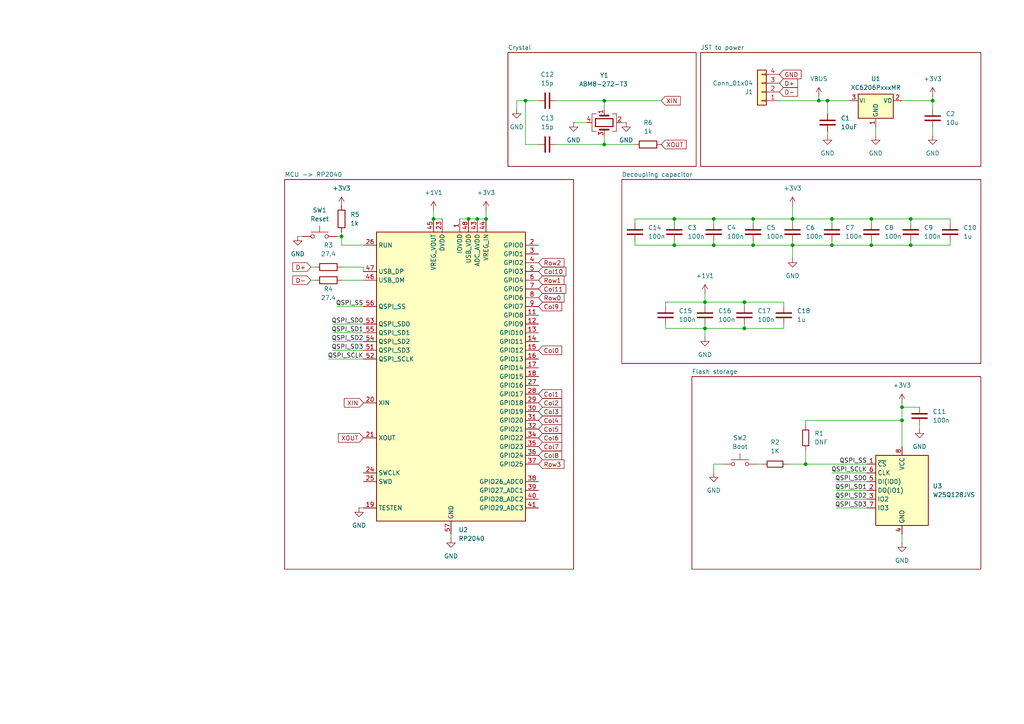
<source format=kicad_sch>
(kicad_sch (version 20231120) (generator "eeschema") (generator_version "8.0")
  (paper "A4")
  (junction (at 394.97 25.4))
  (junction (at 138.43 63.5))
  (junction (at 229.87 63.5))
  (junction (at 252.73 71.12))
  (junction (at 412.75 71.12))
  (junction (at 375.92 88.9))
  (junction (at 443.23 71.12))
  (junction (at 349.25 25.4))
  (junction (at 349.25 43.18))
  (junction (at 334.01 43.18))
  (junction (at 241.3 71.12))
  (junction (at 240.03 29.21))
  (junction (at 397.51 71.12))
  (junction (at 410.21 25.4))
  (junction (at 241.3 63.5))
  (junction (at 379.73 43.18))
  (junction (at 321.31 53.34))
  (junction (at 367.03 53.34))
  (junction (at 412.75 53.34))
  (junction (at 195.58 71.12))
  (junction (at 455.93 60.96))
  (junction (at 252.73 63.5))
  (junction (at 215.9 87.63))
  (junction (at 440.69 25.4))
  (junction (at 364.49 43.18))
  (junction (at 152.4 29.21))
  (junction (at 218.44 71.12))
  (junction (at 351.79 35.56))
  (junction (at 351.79 71.12))
  (junction (at 412.75 35.56))
  (junction (at 410.21 60.96))
  (junction (at 140.97 63.5))
  (junction (at 458.47 53.34))
  (junction (at 218.44 63.5))
  (junction (at 427.99 71.12))
  (junction (at 364.49 60.96))
  (junction (at 486.41 25.4))
  (junction (at 367.03 35.56))
  (junction (at 443.23 35.56))
  (junction (at 261.62 118.11))
  (junction (at 207.01 63.5))
  (junction (at 336.55 35.56))
  (junction (at 440.69 43.18))
  (junction (at 427.99 53.34))
  (junction (at 471.17 43.18))
  (junction (at 351.79 53.34))
  (junction (at 336.55 71.12))
  (junction (at 473.71 35.56))
  (junction (at 394.97 60.96))
  (junction (at 455.93 25.4))
  (junction (at 349.25 60.96))
  (junction (at 125.73 63.5))
  (junction (at 99.06 68.58))
  (junction (at 471.17 60.96))
  (junction (at 175.26 29.21))
  (junction (at 264.16 71.12))
  (junction (at 397.51 53.34))
  (junction (at 394.97 43.18))
  (junction (at 334.01 25.4))
  (junction (at 204.47 87.63))
  (junction (at 397.51 35.56))
  (junction (at 215.9 95.25))
  (junction (at 443.23 88.9))
  (junction (at 336.55 88.9))
  (junction (at 135.89 63.5))
  (junction (at 501.65 25.4))
  (junction (at 367.03 71.12))
  (junction (at 458.47 35.56))
  (junction (at 321.31 71.12))
  (junction (at 443.23 53.34))
  (junction (at 455.93 43.18))
  (junction (at 427.99 35.56))
  (junction (at 261.62 121.92))
  (junction (at 207.01 71.12))
  (junction (at 237.49 29.21))
  (junction (at 204.47 95.25))
  (junction (at 195.58 63.5))
  (junction (at 233.68 134.62))
  (junction (at 175.26 41.91))
  (junction (at 336.55 53.34))
  (junction (at 382.27 53.34))
  (junction (at 473.71 53.34))
  (junction (at 321.31 35.56))
  (junction (at 410.21 43.18))
  (junction (at 229.87 71.12))
  (junction (at 270.51 29.21))
  (junction (at 419.1 88.9))
  (junction (at 351.79 88.9))
  (junction (at 425.45 43.18))
  (junction (at 425.45 25.4))
  (junction (at 486.41 43.18))
  (junction (at 471.17 25.4))
  (junction (at 397.51 88.9))
  (junction (at 364.49 25.4))
  (junction (at 458.47 71.12))
  (junction (at 440.69 60.96))
  (junction (at 382.27 71.12))
  (junction (at 264.16 63.5))
  (junction (at 382.27 35.56))
  (junction (at 379.73 25.4))
  (wire (pts (xy 419.1 88.9) (xy 443.23 88.9)))
  (wire (pts (xy 175.26 41.91) (xy 184.15 41.91)))
  (wire (pts (xy 184.15 69.85) (xy 184.15 71.12)))
  (wire (pts (xy 270.51 36.83) (xy 270.51 39.37)))
  (wire (pts (xy 471.17 19.05) (xy 471.17 25.4)))
  (wire (pts (xy 312.42 53.34) (xy 321.31 53.34)))
  (wire (pts (xy 336.55 30.48) (xy 344.17 30.48)))
  (wire (pts (xy 261.62 29.21) (xy 270.51 29.21)))
  (wire (pts (xy 382.27 71.12) (xy 397.51 71.12)))
  (wire (pts (xy 471.17 25.4) (xy 471.17 43.18)))
  (wire (pts (xy 233.68 121.92) (xy 233.68 123.19)))
  (wire (pts (xy 367.03 48.26) (xy 374.65 48.26)))
  (wire (pts (xy 458.47 35.56) (xy 473.71 35.56)))
  (wire (pts (xy 264.16 63.5) (xy 264.16 64.77)))
  (wire (pts (xy 275.59 63.5) (xy 264.16 63.5)))
  (wire (pts (xy 412.75 53.34) (xy 427.99 53.34)))
  (wire (pts (xy 351.79 66.04) (xy 359.41 66.04)))
  (wire (pts (xy 193.04 88.9) (xy 193.04 87.63)))
  (wire (pts (xy 96.52 93.98) (xy 105.41 93.98)))
  (wire (pts (xy 275.59 69.85) (xy 275.59 71.12)))
  (wire (pts (xy 233.68 134.62) (xy 251.46 134.62)))
  (wire (pts (xy 488.95 48.26) (xy 496.57 48.26)))
  (wire (pts (xy 473.71 48.26) (xy 481.33 48.26)))
  (wire (pts (xy 351.79 53.34) (xy 367.03 53.34)))
  (wire (pts (xy 215.9 87.63) (xy 227.33 87.63)))
  (wire (pts (xy 242.57 144.78) (xy 251.46 144.78)))
  (wire (pts (xy 473.71 35.56) (xy 488.95 35.56)))
  (wire (pts (xy 312.42 35.56) (xy 321.31 35.56)))
  (wire (pts (xy 397.51 71.12) (xy 412.75 71.12)))
  (wire (pts (xy 240.03 29.21) (xy 240.03 33.02)))
  (wire (pts (xy 458.47 30.48) (xy 466.09 30.48)))
  (wire (pts (xy 240.03 29.21) (xy 246.38 29.21)))
  (wire (pts (xy 425.45 43.18) (xy 425.45 60.96)))
  (wire (pts (xy 321.31 71.12) (xy 336.55 71.12)))
  (wire (pts (xy 149.86 29.21) (xy 152.4 29.21)))
  (wire (pts (xy 156.21 41.91) (xy 152.4 41.91)))
  (wire (pts (xy 204.47 87.63) (xy 204.47 88.9)))
  (wire (pts (xy 161.29 41.91) (xy 175.26 41.91)))
  (wire (pts (xy 488.95 30.48) (xy 496.57 30.48)))
  (wire (pts (xy 209.55 134.62) (xy 207.01 134.62)))
  (wire (pts (xy 412.75 66.04) (xy 420.37 66.04)))
  (wire (pts (xy 218.44 71.12) (xy 229.87 71.12)))
  (wire (pts (xy 382.27 48.26) (xy 389.89 48.26)))
  (wire (pts (xy 410.21 19.05) (xy 410.21 25.4)))
  (wire (pts (xy 473.71 66.04) (xy 481.33 66.04)))
  (wire (pts (xy 455.93 43.18) (xy 455.93 60.96)))
  (wire (pts (xy 336.55 71.12) (xy 351.79 71.12)))
  (wire (pts (xy 184.15 71.12) (xy 195.58 71.12)))
  (wire (pts (xy 321.31 53.34) (xy 336.55 53.34)))
  (wire (pts (xy 394.97 19.05) (xy 394.97 25.4)))
  (wire (pts (xy 96.52 101.6) (xy 105.41 101.6)))
  (wire (pts (xy 427.99 53.34) (xy 443.23 53.34)))
  (wire (pts (xy 252.73 63.5) (xy 252.73 64.77)))
  (wire (pts (xy 412.75 35.56) (xy 427.99 35.56)))
  (wire (pts (xy 336.55 88.9) (xy 351.79 88.9)))
  (wire (pts (xy 180.34 35.56) (xy 181.61 35.56)))
  (wire (pts (xy 397.51 66.04) (xy 405.13 66.04)))
  (wire (pts (xy 219.71 134.62) (xy 220.98 134.62)))
  (wire (pts (xy 412.75 48.26) (xy 420.37 48.26)))
  (wire (pts (xy 379.73 43.18) (xy 379.73 60.96)))
  (wire (pts (xy 473.71 53.34) (xy 488.95 53.34)))
  (wire (pts (xy 207.01 63.5) (xy 218.44 63.5)))
  (wire (pts (xy 440.69 60.96) (xy 440.69 78.74)))
  (wire (pts (xy 412.75 30.48) (xy 420.37 30.48)))
  (wire (pts (xy 204.47 95.25) (xy 204.47 97.79)))
  (wire (pts (xy 90.17 81.28) (xy 91.44 81.28)))
  (wire (pts (xy 364.49 43.18) (xy 364.49 60.96)))
  (wire (pts (xy 375.92 83.82) (xy 383.54 83.82)))
  (wire (pts (xy 351.79 35.56) (xy 367.03 35.56)))
  (wire (pts (xy 382.27 30.48) (xy 389.89 30.48)))
  (wire (pts (xy 152.4 29.21) (xy 156.21 29.21)))
  (wire (pts (xy 252.73 63.5) (xy 264.16 63.5)))
  (wire (pts (xy 175.26 29.21) (xy 191.77 29.21)))
  (wire (pts (xy 261.62 118.11) (xy 261.62 121.92)))
  (wire (pts (xy 152.4 29.21) (xy 152.4 41.91)))
  (wire (pts (xy 207.01 69.85) (xy 207.01 71.12)))
  (wire (pts (xy 195.58 69.85) (xy 195.58 71.12)))
  (wire (pts (xy 241.3 137.16) (xy 251.46 137.16)))
  (wire (pts (xy 336.55 66.04) (xy 344.17 66.04)))
  (wire (pts (xy 99.06 77.47) (xy 105.41 77.47)))
  (wire (pts (xy 336.55 83.82) (xy 344.17 83.82)))
  (wire (pts (xy 215.9 95.25) (xy 204.47 95.25)))
  (wire (pts (xy 193.04 93.98) (xy 193.04 95.25)))
  (wire (pts (xy 95.25 104.14) (xy 105.41 104.14)))
  (wire (pts (xy 166.37 35.56) (xy 170.18 35.56)))
  (wire (pts (xy 261.62 116.84) (xy 261.62 118.11)))
  (wire (pts (xy 254 39.37) (xy 254 36.83)))
  (wire (pts (xy 104.14 147.32) (xy 105.41 147.32)))
  (wire (pts (xy 334.01 19.05) (xy 334.01 25.4)))
  (wire (pts (xy 458.47 53.34) (xy 473.71 53.34)))
  (wire (pts (xy 455.93 19.05) (xy 455.93 25.4)))
  (wire (pts (xy 471.17 43.18) (xy 471.17 60.96)))
  (wire (pts (xy 425.45 19.05) (xy 425.45 25.4)))
  (wire (pts (xy 204.47 95.25) (xy 204.47 93.98)))
  (wire (pts (xy 264.16 71.12) (xy 264.16 69.85)))
  (wire (pts (xy 394.97 43.18) (xy 394.97 60.96)))
  (wire (pts (xy 427.99 66.04) (xy 435.61 66.04)))
  (wire (pts (xy 237.49 29.21) (xy 240.03 29.21)))
  (wire (pts (xy 241.3 63.5) (xy 252.73 63.5)))
  (wire (pts (xy 242.57 139.7) (xy 251.46 139.7)))
  (wire (pts (xy 367.03 53.34) (xy 382.27 53.34)))
  (wire (pts (xy 261.62 121.92) (xy 261.62 129.54)))
  (wire (pts (xy 458.47 83.82) (xy 466.09 83.82)))
  (wire (pts (xy 138.43 63.5) (xy 140.97 63.5)))
  (wire (pts (xy 419.1 83.82) (xy 426.72 83.82)))
  (wire (pts (xy 270.51 31.75) (xy 270.51 29.21)))
  (wire (pts (xy 321.31 30.48) (xy 328.93 30.48)))
  (wire (pts (xy 270.51 27.94) (xy 270.51 29.21)))
  (wire (pts (xy 382.27 35.56) (xy 397.51 35.56)))
  (wire (pts (xy 367.03 66.04) (xy 374.65 66.04)))
  (wire (pts (xy 443.23 35.56) (xy 458.47 35.56)))
  (wire (pts (xy 431.8 78.74) (xy 440.69 78.74)))
  (wire (pts (xy 334.01 25.4) (xy 334.01 43.18)))
  (wire (pts (xy 455.93 25.4) (xy 455.93 43.18)))
  (wire (pts (xy 397.51 48.26) (xy 405.13 48.26)))
  (wire (pts (xy 99.06 67.31) (xy 99.06 68.58)))
  (wire (pts (xy 227.33 95.25) (xy 227.33 93.98)))
  (wire (pts (xy 266.7 123.19) (xy 266.7 124.46)))
  (wire (pts (xy 90.17 77.47) (xy 91.44 77.47)))
  (wire (pts (xy 364.49 25.4) (xy 364.49 43.18)))
  (wire (pts (xy 229.87 71.12) (xy 229.87 74.93)))
  (wire (pts (xy 367.03 71.12) (xy 382.27 71.12)))
  (wire (pts (xy 97.79 68.58) (xy 99.06 68.58)))
  (wire (pts (xy 379.73 19.05) (xy 379.73 25.4)))
  (wire (pts (xy 229.87 71.12) (xy 241.3 71.12)))
  (wire (pts (xy 379.73 25.4) (xy 379.73 43.18)))
  (wire (pts (xy 427.99 35.56) (xy 443.23 35.56)))
  (wire (pts (xy 207.01 71.12) (xy 218.44 71.12)))
  (wire (pts (xy 458.47 66.04) (xy 466.09 66.04)))
  (wire (pts (xy 440.69 43.18) (xy 440.69 60.96)))
  (wire (pts (xy 443.23 83.82) (xy 450.85 83.82)))
  (wire (pts (xy 440.69 25.4) (xy 440.69 43.18)))
  (wire (pts (xy 410.21 43.18) (xy 410.21 60.96)))
  (wire (pts (xy 336.55 48.26) (xy 344.17 48.26)))
  (wire (pts (xy 397.51 83.82) (xy 405.13 83.82)))
  (wire (pts (xy 427.99 48.26) (xy 435.61 48.26)))
  (wire (pts (xy 125.73 63.5) (xy 128.27 63.5)))
  (wire (pts (xy 425.45 25.4) (xy 425.45 43.18)))
  (wire (pts (xy 229.87 63.5) (xy 241.3 63.5)))
  (wire (pts (xy 412.75 71.12) (xy 427.99 71.12)))
  (wire (pts (xy 135.89 63.5) (xy 138.43 63.5)))
  (wire (pts (xy 427.99 71.12) (xy 443.23 71.12)))
  (wire (pts (xy 97.79 88.9) (xy 105.41 88.9)))
  (wire (pts (xy 375.92 88.9) (xy 397.51 88.9)))
  (wire (pts (xy 195.58 63.5) (xy 207.01 63.5)))
  (wire (pts (xy 229.87 63.5) (xy 229.87 64.77)))
  (wire (pts (xy 228.6 134.62) (xy 233.68 134.62)))
  (wire (pts (xy 443.23 30.48) (xy 450.85 30.48)))
  (wire (pts (xy 125.73 60.96) (xy 125.73 63.5)))
  (wire (pts (xy 458.47 48.26) (xy 466.09 48.26)))
  (wire (pts (xy 440.69 19.05) (xy 440.69 25.4)))
  (wire (pts (xy 226.06 29.21) (xy 237.49 29.21)))
  (wire (pts (xy 193.04 95.25) (xy 204.47 95.25)))
  (wire (pts (xy 364.49 19.05) (xy 364.49 25.4)))
  (wire (pts (xy 334.01 43.18) (xy 334.01 60.96)))
  (wire (pts (xy 351.79 71.12) (xy 367.03 71.12)))
  (wire (pts (xy 321.31 35.56) (xy 336.55 35.56)))
  (wire (pts (xy 218.44 63.5) (xy 218.44 64.77)))
  (wire (pts (xy 96.52 96.52) (xy 105.41 96.52)))
  (wire (pts (xy 241.3 63.5) (xy 241.3 64.77)))
  (wire (pts (xy 99.06 71.12) (xy 99.06 68.58)))
  (wire (pts (xy 133.35 63.5) (xy 135.89 63.5)))
  (wire (pts (xy 233.68 130.81) (xy 233.68 134.62)))
  (wire (pts (xy 96.52 99.06) (xy 105.41 99.06)))
  (wire (pts (xy 427.99 30.48) (xy 435.61 30.48)))
  (wire (pts (xy 218.44 69.85) (xy 218.44 71.12)))
  (wire (pts (xy 410.21 60.96) (xy 410.21 78.74)))
  (wire (pts (xy 394.97 60.96) (xy 394.97 78.74)))
  (wire (pts (xy 175.26 39.37) (xy 175.26 41.91)))
  (wire (pts (xy 364.49 60.96) (xy 364.49 78.74)))
  (wire (pts (xy 204.47 85.09) (xy 204.47 87.63)))
  (wire (pts (xy 501.65 19.05) (xy 501.65 25.4)))
  (wire (pts (xy 240.03 38.1) (xy 240.03 39.37)))
  (wire (pts (xy 351.79 48.26) (xy 359.41 48.26)))
  (wire (pts (xy 215.9 93.98) (xy 215.9 95.25)))
  (wire (pts (xy 261.62 154.94) (xy 261.62 157.48)))
  (wire (pts (xy 349.25 19.05) (xy 349.25 25.4)))
  (wire (pts (xy 367.03 30.48) (xy 374.65 30.48)))
  (wire (pts (xy 275.59 64.77) (xy 275.59 63.5)))
  (wire (pts (xy 397.51 30.48) (xy 405.13 30.48)))
  (wire (pts (xy 242.57 147.32) (xy 251.46 147.32)))
  (wire (pts (xy 175.26 29.21) (xy 175.26 31.75)))
  (wire (pts (xy 261.62 121.92) (xy 233.68 121.92)))
  (wire (pts (xy 336.55 35.56) (xy 351.79 35.56)))
  (wire (pts (xy 382.27 53.34) (xy 397.51 53.34)))
  (wire (pts (xy 349.25 60.96) (xy 349.25 78.74)))
  (wire (pts (xy 349.25 43.18) (xy 349.25 60.96)))
  (wire (pts (xy 351.79 30.48) (xy 359.41 30.48)))
  (wire (pts (xy 501.65 25.4) (xy 501.65 43.18)))
  (wire (pts (xy 229.87 59.69) (xy 229.87 63.5)))
  (wire (pts (xy 486.41 43.18) (xy 486.41 60.96)))
  (wire (pts (xy 241.3 71.12) (xy 252.73 71.12)))
  (wire (pts (xy 312.42 71.12) (xy 321.31 71.12)))
  (wire (pts (xy 443.23 53.34) (xy 458.47 53.34)))
  (wire (pts (xy 242.57 142.24) (xy 251.46 142.24)))
  (wire (pts (xy 204.47 87.63) (xy 215.9 87.63)))
  (wire (pts (xy 227.33 87.63) (xy 227.33 88.9)))
  (wire (pts (xy 237.49 27.94) (xy 237.49 29.21)))
  (wire (pts (xy 218.44 63.5) (xy 229.87 63.5)))
  (wire (pts (xy 184.15 64.77) (xy 184.15 63.5)))
  (wire (pts (xy 130.81 156.21) (xy 130.81 154.94)))
  (wire (pts (xy 473.71 30.48) (xy 481.33 30.48)))
  (wire (pts (xy 397.51 53.34) (xy 412.75 53.34)))
  (wire (pts (xy 486.41 25.4) (xy 486.41 43.18)))
  (wire (pts (xy 351.79 83.82) (xy 359.41 83.82)))
  (wire (pts (xy 382.27 66.04) (xy 389.89 66.04)))
  (wire (pts (xy 410.21 25.4) (xy 410.21 43.18)))
  (wire (pts (xy 161.29 29.21) (xy 175.26 29.21)))
  (wire (pts (xy 105.41 71.12) (xy 99.06 71.12)))
  (wire (pts (xy 394.97 25.4) (xy 394.97 43.18)))
  (wire (pts (xy 207.01 63.5) (xy 207.01 64.77)))
  (wire (pts (xy 321.31 66.04) (xy 328.93 66.04)))
  (wire (pts (xy 397.51 35.56) (xy 412.75 35.56)))
  (wire (pts (xy 252.73 69.85) (xy 252.73 71.12)))
  (wire (pts (xy 261.62 118.11) (xy 266.7 118.11)))
  (wire (pts (xy 471.17 60.96) (xy 471.17 78.74)))
  (wire (pts (xy 195.58 71.12) (xy 207.01 71.12)))
  (wire (pts (xy 105.41 77.47) (xy 105.41 78.74)))
  (wire (pts (xy 229.87 69.85) (xy 229.87 71.12)))
  (wire (pts (xy 388.62 78.74) (xy 394.97 78.74)))
  (wire (pts (xy 349.25 25.4) (xy 349.25 43.18)))
  (wire (pts (xy 312.42 88.9) (xy 336.55 88.9)))
  (wire (pts (xy 149.86 31.75) (xy 149.86 29.21)))
  (wire (pts (xy 252.73 71.12) (xy 264.16 71.12)))
  (wire (pts (xy 140.97 60.96) (xy 140.97 63.5)))
  (wire (pts (xy 321.31 48.26) (xy 328.93 48.26)))
  (wire (pts (xy 443.23 88.9) (xy 458.47 88.9)))
  (wire (pts (xy 458.47 71.12) (xy 473.71 71.12)))
  (wire (pts (xy 99.06 81.28) (xy 105.41 81.28)))
  (wire (pts (xy 486.41 19.05) (xy 486.41 25.4)))
  (wire (pts (xy 397.51 88.9) (xy 419.1 88.9)))
  (wire (pts (xy 275.59 71.12) (xy 264.16 71.12)))
  (wire (pts (xy 193.04 87.63) (xy 204.47 87.63)))
  (wire (pts (xy 86.36 68.58) (xy 87.63 68.58)))
  (wire (pts (xy 455.93 60.96) (xy 455.93 78.74)))
  (wire (pts (xy 215.9 95.25) (xy 227.33 95.25)))
  (wire (pts (xy 336.55 53.34) (xy 351.79 53.34)))
  (wire (pts (xy 241.3 69.85) (xy 241.3 71.12)))
  (wire (pts (xy 351.79 88.9) (xy 375.92 88.9)))
  (wire (pts (xy 443.23 66.04) (xy 450.85 66.04)))
  (wire (pts (xy 443.23 48.26) (xy 450.85 48.26)))
  (wire (pts (xy 184.15 63.5) (xy 195.58 63.5)))
  (wire (pts (xy 215.9 87.63) (xy 215.9 88.9)))
  (wire (pts (xy 443.23 71.12) (xy 458.47 71.12)))
  (wire (pts (xy 207.01 134.62) (xy 207.01 137.16)))
  (wire (pts (xy 195.58 63.5) (xy 195.58 64.77)))
  (wire (pts (xy 367.03 35.56) (xy 382.27 35.56)))
  (label "QSPI_SS" (at 251.46 134.62 180))
  (label "QSPI_SCLK" (at 105.41 104.14 180))
  (label "QSPI_SD1" (at 105.41 96.52 180))
  (label "QSPI_SD2" (at 251.46 144.78 180))
  (label "QSPI_SD0" (at 105.41 93.98 180))
  (label "QSPI_SD3" (at 105.41 101.6 180))
  (label "QSPI_SCLK" (at 251.46 137.16 180))
  (label "QSPI_SD0" (at 251.46 139.7 180))
  (label "QSPI_SD1" (at 251.46 142.24 180))
  (label "QSPI_SS" (at 105.41 88.9 180))
  (label "QSPI_SD3" (at 251.46 147.32 180))
  (label "QSPI_SD2" (at 105.41 99.06 180))
  (global_label "XIN" (shape input) (at 105.41 116.84 180) (property "Intersheetrefs" "${INTERSHEET_REFS}" (effects (hide yes))))
  (global_label "Col0" (shape input) (at 156.21 101.6 0) (property "Intersheetrefs" "${INTERSHEET_REFS}" (effects (hide yes))))
  (global_label "Col10" (shape input) (at 486.41 19.05 90) (property "Intersheetrefs" "${INTERSHEET_REFS}" (effects (hide yes))))
  (global_label "GND" (shape input) (at 226.06 21.59 0) (property "Intersheetrefs" "${INTERSHEET_REFS}" (effects (hide yes))))
  (global_label "Col5" (shape input) (at 410.21 19.05 90) (property "Intersheetrefs" "${INTERSHEET_REFS}" (effects (hide yes))))
  (global_label "Col4" (shape input) (at 156.21 121.92 0) (property "Intersheetrefs" "${INTERSHEET_REFS}" (effects (hide yes))))
  (global_label "D+" (shape input) (at 226.06 24.13 0) (property "Intersheetrefs" "${INTERSHEET_REFS}" (effects (hide yes))))
  (global_label "Col2" (shape input) (at 156.21 116.84 0) (property "Intersheetrefs" "${INTERSHEET_REFS}" (effects (hide yes))))
  (global_label "Col1" (shape input) (at 349.25 19.05 90) (property "Intersheetrefs" "${INTERSHEET_REFS}" (effects (hide yes))))
  (global_label "Row3" (shape input) (at 312.42 88.9 180) (property "Intersheetrefs" "${INTERSHEET_REFS}" (effects (hide yes))))
  (global_label "Col10" (shape input) (at 156.21 78.74 0) (property "Intersheetrefs" "${INTERSHEET_REFS}" (effects (hide yes))))
  (global_label "Col6" (shape input) (at 425.45 19.05 90) (property "Intersheetrefs" "${INTERSHEET_REFS}" (effects (hide yes))))
  (global_label "Col11" (shape input) (at 156.21 83.82 0) (property "Intersheetrefs" "${INTERSHEET_REFS}" (effects (hide yes))))
  (global_label "Col6" (shape input) (at 156.21 127 0) (property "Intersheetrefs" "${INTERSHEET_REFS}" (effects (hide yes))))
  (global_label "Col2" (shape input) (at 364.49 19.05 90) (property "Intersheetrefs" "${INTERSHEET_REFS}" (effects (hide yes))))
  (global_label "Col7" (shape input) (at 440.69 19.05 90) (property "Intersheetrefs" "${INTERSHEET_REFS}" (effects (hide yes))))
  (global_label "Col1" (shape input) (at 156.21 114.3 0) (property "Intersheetrefs" "${INTERSHEET_REFS}" (effects (hide yes))))
  (global_label "D-" (shape input) (at 90.17 81.28 180) (property "Intersheetrefs" "${INTERSHEET_REFS}" (effects (hide yes))))
  (global_label "Row2" (shape input) (at 312.42 71.12 180) (property "Intersheetrefs" "${INTERSHEET_REFS}" (effects (hide yes))))
  (global_label "XOUT" (shape input) (at 191.77 41.91 0) (property "Intersheetrefs" "${INTERSHEET_REFS}" (effects (hide yes))))
  (global_label "Row0" (shape input) (at 312.42 35.56 180) (property "Intersheetrefs" "${INTERSHEET_REFS}" (effects (hide yes))))
  (global_label "Col3" (shape input) (at 379.73 19.05 90) (property "Intersheetrefs" "${INTERSHEET_REFS}" (effects (hide yes))))
  (global_label "Row2" (shape input) (at 156.21 76.2 0) (property "Intersheetrefs" "${INTERSHEET_REFS}" (effects (hide yes))))
  (global_label "D-" (shape input) (at 226.06 26.67 0) (property "Intersheetrefs" "${INTERSHEET_REFS}" (effects (hide yes))))
  (global_label "Col0" (shape input) (at 334.01 19.05 90) (property "Intersheetrefs" "${INTERSHEET_REFS}" (effects (hide yes))))
  (global_label "Col3" (shape input) (at 156.21 119.38 0) (property "Intersheetrefs" "${INTERSHEET_REFS}" (effects (hide yes))))
  (global_label "Col4" (shape input) (at 394.97 19.05 90) (property "Intersheetrefs" "${INTERSHEET_REFS}" (effects (hide yes))))
  (global_label "Row1" (shape input) (at 312.42 53.34 180) (property "Intersheetrefs" "${INTERSHEET_REFS}" (effects (hide yes))))
  (global_label "Col9" (shape input) (at 156.21 88.9 0) (property "Intersheetrefs" "${INTERSHEET_REFS}" (effects (hide yes))))
  (global_label "Col8" (shape input) (at 455.93 19.05 90) (property "Intersheetrefs" "${INTERSHEET_REFS}" (effects (hide yes))))
  (global_label "Col7" (shape input) (at 156.21 129.54 0) (property "Intersheetrefs" "${INTERSHEET_REFS}" (effects (hide yes))))
  (global_label "D+" (shape input) (at 90.17 77.47 180) (property "Intersheetrefs" "${INTERSHEET_REFS}" (effects (hide yes))))
  (global_label "Row0" (shape input) (at 156.21 86.36 0) (property "Intersheetrefs" "${INTERSHEET_REFS}" (effects (hide yes))))
  (global_label "Row3" (shape input) (at 156.21 134.62 0) (property "Intersheetrefs" "${INTERSHEET_REFS}" (effects (hide yes))))
  (global_label "Col9" (shape input) (at 471.17 19.05 90) (property "Intersheetrefs" "${INTERSHEET_REFS}" (effects (hide yes))))
  (global_label "Col5" (shape input) (at 156.21 124.46 0) (property "Intersheetrefs" "${INTERSHEET_REFS}" (effects (hide yes))))
  (global_label "Row1" (shape input) (at 156.21 81.28 0) (property "Intersheetrefs" "${INTERSHEET_REFS}" (effects (hide yes))))
  (global_label "XOUT" (shape input) (at 105.41 127 180) (property "Intersheetrefs" "${INTERSHEET_REFS}" (effects (hide yes))))
  (global_label "XIN" (shape input) (at 191.77 29.21 0) (property "Intersheetrefs" "${INTERSHEET_REFS}" (effects (hide yes))))
  (global_label "Col8" (shape input) (at 156.21 132.08 0) (property "Intersheetrefs" "${INTERSHEET_REFS}" (effects (hide yes))))
  (global_label "Col11" (shape input) (at 501.65 19.05 90) (property "Intersheetrefs" "${INTERSHEET_REFS}" (effects (hide yes))))
  (symbol (lib_id "Device:D_Small") (at 443.23 86.36 90) (unit 1)
    (property "Reference" "D41" (at 445.77 85.0899 90) (effects (justify right)))
    (property "Value" "D_Small" (at 445.77 87.6299 90) (effects (justify right)))
    (property "Footprint" "Diode_SMD:D_SOD-123" (effects (hide yes)))
    (property "Description" "Diode, small symbol" (effects (hide yes)))
    (property "Sim.Device" "D" (effects (hide yes)))
    (property "Sim.Pins" "1=K 2=A" (effects (hide yes)))
  )
  (symbol (lib_id "MX_Alps_Hybrid:MX-NoLED") (at 497.84 44.45 0) (unit 1)
    (property "Reference" "MX24" (at 498.7352 38.1 0) (effects (font (size 1.524 1.524))))
    (property "Value" "MX-NoLED" (at 498.7352 40.64 0) (effects (font (size 0.508 0.508))))
    (property "Footprint" "ScottoKeebs_MX:MX_PCB_1.00u" (effects (hide yes)))
  )
  (symbol (lib_id "MX_Alps_Hybrid:MX-NoLED") (at 330.2 62.23 0) (unit 1)
    (property "Reference" "MX25" (at 331.0952 55.88 0) (effects (font (size 1.524 1.524))))
    (property "Value" "MX-NoLED" (at 331.0952 58.42 0) (effects (font (size 0.508 0.508))))
    (property "Footprint" "ScottoKeebs_MX:MX_PCB_1.50u" (effects (hide yes)))
  )
  (symbol (lib_id "PCM_SL_Devices:Capacitor_NP") (at 252.73 67.31 90) (unit 1)
    (property "Reference" "C8" (at 256.54 66.0399 90) (effects (justify right)))
    (property "Value" "100n" (at 256.54 68.5799 90) (effects (justify right)))
    (property "Footprint" "Capacitor_SMD:C_0603_1608Metric" (effects (hide yes)))
    (property "Description" "Unpolarized Capacitor" (effects (hide yes)))
  )
  (symbol (lib_id "Device:D_Small") (at 458.47 33.02 90) (unit 1)
    (property "Reference" "D10" (at 461.01 31.7499 90) (effects (justify right)))
    (property "Value" "D_Small" (at 461.01 34.2899 90) (effects (justify right)))
    (property "Footprint" "Diode_SMD:D_SOD-123" (effects (hide yes)))
    (property "Description" "Diode, small symbol" (effects (hide yes)))
    (property "Sim.Device" "D" (effects (hide yes)))
    (property "Sim.Pins" "1=K 2=A" (effects (hide yes)))
  )
  (symbol (lib_id "MX_Alps_Hybrid:MX-NoLED") (at 391.16 62.23 0) (unit 1)
    (property "Reference" "MX29" (at 392.0552 55.88 0) (effects (font (size 1.524 1.524))))
    (property "Value" "MX-NoLED" (at 392.0552 58.42 0) (effects (font (size 0.508 0.508))))
    (property "Footprint" "ScottoKeebs_MX:MX_PCB_1.00u" (effects (hide yes)))
  )
  (symbol (lib_id "Device:D_Small") (at 382.27 33.02 90) (unit 1)
    (property "Reference" "D5" (at 384.81 31.7499 90) (effects (justify right)))
    (property "Value" "D_Small" (at 384.81 34.2899 90) (effects (justify right)))
    (property "Footprint" "Diode_SMD:D_SOD-123" (effects (hide yes)))
    (property "Description" "Diode, small symbol" (effects (hide yes)))
    (property "Sim.Device" "D" (effects (hide yes)))
    (property "Sim.Pins" "1=K 2=A" (effects (hide yes)))
  )
  (symbol (lib_id "MX_Alps_Hybrid:MX-NoLED") (at 345.44 44.45 0) (unit 1)
    (property "Reference" "MX14" (at 346.3352 38.1 0) (effects (font (size 1.524 1.524))))
    (property "Value" "MX-NoLED" (at 346.3352 40.64 0) (effects (font (size 0.508 0.508))))
    (property "Footprint" "ScottoKeebs_MX:MX_PCB_1.00u" (effects (hide yes)))
  )
  (symbol (lib_id "MX_Alps_Hybrid:MX-NoLED") (at 482.6 26.67 0) (unit 1)
    (property "Reference" "MX11" (at 483.4952 20.32 0) (effects (font (size 1.524 1.524))))
    (property "Value" "MX-NoLED" (at 483.4952 22.86 0) (effects (font (size 0.508 0.508))))
    (property "Footprint" "ScottoKeebs_MX:MX_PCB_1.00u" (effects (hide yes)))
  )
  (symbol (lib_id "Device:D_Small") (at 351.79 33.02 90) (unit 1)
    (property "Reference" "D3" (at 354.33 31.7499 90) (effects (justify right)))
    (property "Value" "D_Small" (at 354.33 34.2899 90) (effects (justify right)))
    (property "Footprint" "Diode_SMD:D_SOD-123" (effects (hide yes)))
    (property "Description" "Diode, small symbol" (effects (hide yes)))
    (property "Sim.Device" "D" (effects (hide yes)))
    (property "Sim.Pins" "1=K 2=A" (effects (hide yes)))
  )
  (symbol (lib_id "MX_Alps_Hybrid:MX-NoLED") (at 391.16 44.45 0) (unit 1)
    (property "Reference" "MX17" (at 392.0552 38.1 0) (effects (font (size 1.524 1.524))))
    (property "Value" "MX-NoLED" (at 392.0552 40.64 0) (effects (font (size 0.508 0.508))))
    (property "Footprint" "ScottoKeebs_MX:MX_PCB_1.00u" (effects (hide yes)))
  )
  (symbol (lib_id "power:GND") (at 149.86 31.75 0) (unit 1)
    (property "Reference" "#PWR016" (effects (hide yes)))
    (property "Value" "GND" (at 149.86 36.83 0))
    (property "Description" "Power symbol creates a global label with name \"GND\" , ground" (effects (hide yes)))
  )
  (symbol (lib_id "MX_Alps_Hybrid:MX-NoLED") (at 482.6 44.45 0) (unit 1)
    (property "Reference" "MX23" (at 483.4952 38.1 0) (effects (font (size 1.524 1.524))))
    (property "Value" "MX-NoLED" (at 483.4952 40.64 0) (effects (font (size 0.508 0.508))))
    (property "Footprint" "ScottoKeebs_MX:MX_PCB_1.00u" (effects (hide yes)))
  )
  (symbol (lib_id "Device:D_Small") (at 336.55 68.58 90) (unit 1)
    (property "Reference" "D26" (at 339.09 67.3099 90) (effects (justify right)))
    (property "Value" "D_Small" (at 339.09 69.8499 90) (effects (justify right)))
    (property "Footprint" "Diode_SMD:D_SOD-123" (effects (hide yes)))
    (property "Description" "Diode, small symbol" (effects (hide yes)))
    (property "Sim.Device" "D" (effects (hide yes)))
    (property "Sim.Pins" "1=K 2=A" (effects (hide yes)))
  )
  (symbol (lib_id "PCM_SL_Devices:Capacitor_NP") (at 275.59 67.31 90) (unit 1)
    (property "Reference" "C10" (at 279.4 66.0399 90) (effects (justify right)))
    (property "Value" "1u" (at 279.4 68.5799 90) (effects (justify right)))
    (property "Footprint" "Capacitor_SMD:C_0603_1608Metric" (effects (hide yes)))
    (property "Description" "Unpolarized Capacitor" (effects (hide yes)))
  )
  (symbol (lib_id "MX_Alps_Hybrid:MX-NoLED") (at 406.4 62.23 0) (unit 1)
    (property "Reference" "MX30" (at 407.2952 55.88 0) (effects (font (size 1.524 1.524))))
    (property "Value" "MX-NoLED" (at 407.2952 58.42 0) (effects (font (size 0.508 0.508))))
    (property "Footprint" "ScottoKeebs_MX:MX_PCB_1.00u" (effects (hide yes)))
  )
  (symbol (lib_id "ScottoKeebs:Placeholder_Resistor") (at 187.96 41.91 0) (unit 1)
    (property "Reference" "R6" (at 187.96 35.56 0))
    (property "Value" "1k" (at 187.96 38.1 0))
    (property "Footprint" "Resistor_SMD:R_0603_1608Metric" (effects (hide yes)))
    (property "Description" "Resistor" (effects (hide yes)))
  )
  (symbol (lib_id "power:GND") (at 166.37 35.56 0) (unit 1)
    (property "Reference" "#PWR015" (effects (hide yes)))
    (property "Value" "GND" (at 166.37 40.64 0))
    (property "Description" "Power symbol creates a global label with name \"GND\" , ground" (effects (hide yes)))
  )
  (symbol (lib_id "MX_Alps_Hybrid:MX-NoLED") (at 360.68 26.67 0) (unit 1)
    (property "Reference" "MX3" (at 361.5752 20.32 0) (effects (font (size 1.524 1.524))))
    (property "Value" "MX-NoLED" (at 361.5752 22.86 0) (effects (font (size 0.508 0.508))))
    (property "Footprint" "ScottoKeebs_MX:MX_PCB_1.00u" (effects (hide yes)))
  )
  (symbol (lib_id "Device:D_Small") (at 427.99 33.02 90) (unit 1)
    (property "Reference" "D8" (at 430.53 31.7499 90) (effects (justify right)))
    (property "Value" "D_Small" (at 430.53 34.2899 90) (effects (justify right)))
    (property "Footprint" "Diode_SMD:D_SOD-123" (effects (hide yes)))
    (property "Description" "Diode, small symbol" (effects (hide yes)))
    (property "Sim.Device" "D" (effects (hide yes)))
    (property "Sim.Pins" "1=K 2=A" (effects (hide yes)))
  )
  (symbol (lib_id "MX_Alps_Hybrid:MX-NoLED") (at 452.12 80.01 0) (unit 1)
    (property "Reference" "MX41" (at 453.0152 73.66 0) (effects (font (size 1.524 1.524))))
    (property "Value" "MX-NoLED" (at 453.0152 76.2 0) (effects (font (size 0.508 0.508))))
    (property "Footprint" "ScottoKeebs_MX:MX_PCB_1.00u" (effects (hide yes)))
  )
  (symbol (lib_id "PCM_4ms_Connector:Conn_01x04") (at 220.98 26.67 180) (unit 1)
    (property "Reference" "J1" (at 218.44 26.6701 0) (effects (justify left)))
    (property "Value" "Conn_01x04" (at 218.44 24.1301 0) (effects (justify left)))
    (property "Footprint" "random-keyboard-parts.pretty-master:JST-SR-4" (effects (hide yes)))
    (property "Description" "HEADER 1x4 MALE PINS 0.100” 180deg" (effects (hide yes)))
    (property "Specifications" "HEADER 1x4 MALE PINS 0.100” 180deg" (effects (hide yes)))
    (property "Manufacturer" "TAD" (effects (hide yes)))
    (property "Part Number" "1-0401FBV0T" (effects (hide yes)))
  )
  (symbol (lib_id "PCM_SL_Devices:Capacitor_NP") (at 270.51 34.29 90) (unit 1)
    (property "Reference" "C2" (at 274.32 33.0199 90) (effects (justify right)))
    (property "Value" "10u" (at 274.32 35.5599 90) (effects (justify right)))
    (property "Footprint" "Capacitor_SMD:C_0603_1608Metric" (effects (hide yes)))
    (property "Description" "Unpolarized Capacitor" (effects (hide yes)))
  )
  (symbol (lib_id "power:+1V1") (at 204.47 85.09 0) (unit 1)
    (property "Reference" "#PWR021" (effects (hide yes)))
    (property "Value" "+1V1" (at 204.47 80.01 0))
    (property "Description" "Power symbol creates a global label with name \"+1V1\"" (effects (hide yes)))
  )
  (symbol (lib_id "Device:D_Small") (at 458.47 86.36 90) (unit 1)
    (property "Reference" "D42" (at 461.01 85.0899 90) (effects (justify right)))
    (property "Value" "D_Small" (at 461.01 87.6299 90) (effects (justify right)))
    (property "Footprint" "Diode_SMD:D_SOD-123" (effects (hide yes)))
    (property "Description" "Diode, small symbol" (effects (hide yes)))
    (property "Sim.Device" "D" (effects (hide yes)))
    (property "Sim.Pins" "1=K 2=A" (effects (hide yes)))
  )
  (symbol (lib_id "Device:D_Small") (at 321.31 33.02 90) (unit 1)
    (property "Reference" "D1" (at 323.85 31.7499 90) (effects (justify right)))
    (property "Value" "D_Small" (at 323.85 34.2899 90) (effects (justify right)))
    (property "Footprint" "Diode_SMD:D_SOD-123" (effects (hide yes)))
    (property "Description" "Diode, small symbol" (effects (hide yes)))
    (property "Sim.Device" "D" (effects (hide yes)))
    (property "Sim.Pins" "1=K 2=A" (effects (hide yes)))
  )
  (symbol (lib_id "power:GND") (at 229.87 74.93 0) (unit 1)
    (property "Reference" "#PWR09" (effects (hide yes)))
    (property "Value" "GND" (at 229.87 80.01 0))
    (property "Description" "Power symbol creates a global label with name \"GND\" , ground" (effects (hide yes)))
  )
  (symbol (lib_id "MX_Alps_Hybrid:MX-NoLED") (at 345.44 62.23 0) (unit 1)
    (property "Reference" "MX26" (at 346.3352 55.88 0) (effects (font (size 1.524 1.524))))
    (property "Value" "MX-NoLED" (at 346.3352 58.42 0) (effects (font (size 0.508 0.508))))
    (property "Footprint" "ScottoKeebs_MX:MX_PCB_1.00u" (effects (hide yes)))
  )
  (symbol (lib_id "MX_Alps_Hybrid:MX-NoLED") (at 345.44 26.67 0) (unit 1)
    (property "Reference" "MX2" (at 346.3352 20.32 0) (effects (font (size 1.524 1.524))))
    (property "Value" "MX-NoLED" (at 346.3352 22.86 0) (effects (font (size 0.508 0.508))))
    (property "Footprint" "ScottoKeebs_MX:MX_PCB_1.00u" (effects (hide yes)))
  )
  (symbol (lib_id "Device:D_Small") (at 367.03 68.58 90) (unit 1)
    (property "Reference" "D28" (at 369.57 67.3099 90) (effects (justify right)))
    (property "Value" "D_Small" (at 369.57 69.8499 90) (effects (justify right)))
    (property "Footprint" "Diode_SMD:D_SOD-123" (effects (hide yes)))
    (property "Description" "Diode, small symbol" (effects (hide yes)))
    (property "Sim.Device" "D" (effects (hide yes)))
    (property "Sim.Pins" "1=K 2=A" (effects (hide yes)))
  )
  (symbol (lib_id "Device:D_Small") (at 351.79 86.36 90) (unit 1)
    (property "Reference" "D37" (at 354.33 85.0899 90) (effects (justify right)))
    (property "Value" "D_Small" (at 354.33 87.6299 90) (effects (justify right)))
    (property "Footprint" "Diode_SMD:D_SOD-123" (effects (hide yes)))
    (property "Description" "Diode, small symbol" (effects (hide yes)))
    (property "Sim.Device" "D" (effects (hide yes)))
    (property "Sim.Pins" "1=K 2=A" (effects (hide yes)))
  )
  (symbol (lib_id "power:+3V3") (at 261.62 116.84 0) (unit 1)
    (property "Reference" "#PWR011" (effects (hide yes)))
    (property "Value" "+3V3" (at 261.62 111.76 0))
    (property "Description" "Power symbol creates a global label with name \"+3V3\"" (effects (hide yes)))
  )
  (symbol (lib_id "Device:D_Small") (at 412.75 68.58 90) (unit 1)
    (property "Reference" "D31" (at 415.29 67.3099 90) (effects (justify right)))
    (property "Value" "D_Small" (at 415.29 69.8499 90) (effects (justify right)))
    (property "Footprint" "Diode_SMD:D_SOD-123" (effects (hide yes)))
    (property "Description" "Diode, small symbol" (effects (hide yes)))
    (property "Sim.Device" "D" (effects (hide yes)))
    (property "Sim.Pins" "1=K 2=A" (effects (hide yes)))
  )
  (symbol (lib_id "power:GND") (at 266.7 124.46 0) (unit 1)
    (property "Reference" "#PWR012" (effects (hide yes)))
    (property "Value" "GND" (at 266.7 129.54 0))
    (property "Description" "Power symbol creates a global label with name \"GND\" , ground" (effects (hide yes)))
  )
  (symbol (lib_id "PCM_SL_Devices:Capacitor_NP") (at 195.58 67.31 90) (unit 1)
    (property "Reference" "C3" (at 199.39 66.0399 90) (effects (justify right)))
    (property "Value" "100n" (at 199.39 68.5799 90) (effects (justify right)))
    (property "Footprint" "Capacitor_SMD:C_0603_1608Metric" (effects (hide yes)))
    (property "Description" "Unpolarized Capacitor" (effects (hide yes)))
  )
  (symbol (lib_id "Device:D_Small") (at 427.99 50.8 90) (unit 1)
    (property "Reference" "D20" (at 430.53 49.5299 90) (effects (justify right)))
    (property "Value" "D_Small" (at 430.53 52.0699 90) (effects (justify right)))
    (property "Footprint" "Diode_SMD:D_SOD-123" (effects (hide yes)))
    (property "Description" "Diode, small symbol" (effects (hide yes)))
    (property "Sim.Device" "D" (effects (hide yes)))
    (property "Sim.Pins" "1=K 2=A" (effects (hide yes)))
  )
  (symbol (lib_id "power:GND") (at 204.47 97.79 0) (unit 1)
    (property "Reference" "#PWR022" (effects (hide yes)))
    (property "Value" "GND" (at 204.47 102.87 0))
    (property "Description" "Power symbol creates a global label with name \"GND\" , ground" (effects (hide yes)))
  )
  (symbol (lib_id "power:+1V1") (at 125.73 60.96 0) (unit 1)
    (property "Reference" "#PWR06" (effects (hide yes)))
    (property "Value" "+1V1" (at 125.73 55.88 0))
    (property "Description" "Power symbol creates a global label with name \"+1V1\"" (effects (hide yes)))
  )
  (symbol (lib_id "Device:D_Small") (at 336.55 50.8 90) (unit 1)
    (property "Reference" "D14" (at 339.09 49.5299 90) (effects (justify right)))
    (property "Value" "D_Small" (at 339.09 52.0699 90) (effects (justify right)))
    (property "Footprint" "Diode_SMD:D_SOD-123" (effects (hide yes)))
    (property "Description" "Diode, small symbol" (effects (hide yes)))
    (property "Sim.Device" "D" (effects (hide yes)))
    (property "Sim.Pins" "1=K 2=A" (effects (hide yes)))
  )
  (symbol (lib_id "power:+3V3") (at 140.97 60.96 0) (unit 1)
    (property "Reference" "#PWR07" (effects (hide yes)))
    (property "Value" "+3V3" (at 140.97 55.88 0))
    (property "Description" "Power symbol creates a global label with name \"+3V3\"" (effects (hide yes)))
  )
  (symbol (lib_id "power:GND") (at 240.03 39.37 0) (unit 1)
    (property "Reference" "#PWR03" (effects (hide yes)))
    (property "Value" "GND" (at 240.03 44.45 0))
    (property "Description" "Power symbol creates a global label with name \"GND\" , ground" (effects (hide yes)))
  )
  (symbol (lib_id "PCM_SL_Devices:Capacitor_NP") (at 204.47 91.44 90) (unit 1)
    (property "Reference" "C16" (at 208.28 90.1699 90) (effects (justify right)))
    (property "Value" "100n" (at 208.28 92.7099 90) (effects (justify right)))
    (property "Footprint" "Capacitor_SMD:C_0603_1608Metric" (effects (hide yes)))
    (property "Description" "Unpolarized Capacitor" (effects (hide yes)))
  )
  (symbol (lib_id "Device:D_Small") (at 443.23 68.58 90) (unit 1)
    (property "Reference" "D33" (at 445.77 67.3099 90) (effects (justify right)))
    (property "Value" "D_Small" (at 445.77 69.8499 90) (effects (justify right)))
    (property "Footprint" "Diode_SMD:D_SOD-123" (effects (hide yes)))
    (property "Description" "Diode, small symbol" (effects (hide yes)))
    (property "Sim.Device" "D" (effects (hide yes)))
    (property "Sim.Pins" "1=K 2=A" (effects (hide yes)))
  )
  (symbol (lib_id "MX_Alps_Hybrid:MX-NoLED") (at 330.2 26.67 0) (unit 1)
    (property "Reference" "MX1" (at 331.0952 20.32 0) (effects (font (size 1.524 1.524))))
    (property "Value" "MX-NoLED" (at 331.0952 22.86 0) (effects (font (size 0.508 0.508))))
    (property "Footprint" "ScottoKeebs_MX:MX_PCB_1.00u" (effects (hide yes)))
  )
  (symbol (lib_id "Device:D_Small") (at 397.51 50.8 90) (unit 1)
    (property "Reference" "D18" (at 400.05 49.5299 90) (effects (justify right)))
    (property "Value" "D_Small" (at 400.05 52.0699 90) (effects (justify right)))
    (property "Footprint" "Diode_SMD:D_SOD-123" (effects (hide yes)))
    (property "Description" "Diode, small symbol" (effects (hide yes)))
    (property "Sim.Device" "D" (effects (hide yes)))
    (property "Sim.Pins" "1=K 2=A" (effects (hide yes)))
  )
  (symbol (lib_id "PCM_SL_Resistors:Resistor") (at 233.68 127 90) (unit 1)
    (property "Reference" "R1" (at 236.22 125.7299 90) (effects (justify right)))
    (property "Value" "DNF" (at 236.22 128.2699 90) (effects (justify right)))
    (property "Footprint" "Resistor_SMD:R_0603_1608Metric" (effects (hide yes)))
    (property "Description" "1/4W Resistor" (effects (hide yes)))
  )
  (symbol (lib_id "MX_Alps_Hybrid:MX-NoLED") (at 452.12 62.23 0) (unit 1)
    (property "Reference" "MX33" (at 453.0152 55.88 0) (effects (font (size 1.524 1.524))))
    (property "Value" "MX-NoLED" (at 453.0152 58.42 0) (effects (font (size 0.508 0.508))))
    (property "Footprint" "ScottoKeebs_MX:MX_PCB_1.00u" (effects (hide yes)))
  )
  (symbol (lib_id "Device:D_Small") (at 397.51 33.02 90) (unit 1)
    (property "Reference" "D6" (at 400.05 31.7499 90) (effects (justify right)))
    (property "Value" "D_Small" (at 400.05 34.2899 90) (effects (justify right)))
    (property "Footprint" "Diode_SMD:D_SOD-123" (effects (hide yes)))
    (property "Description" "Diode, small symbol" (effects (hide yes)))
    (property "Sim.Device" "D" (effects (hide yes)))
    (property "Sim.Pins" "1=K 2=A" (effects (hide yes)))
  )
  (symbol (lib_id "PCM_SL_Devices:Capacitor_NP") (at 184.15 67.31 90) (unit 1)
    (property "Reference" "C14" (at 187.96 66.0399 90) (effects (justify right)))
    (property "Value" "100n" (at 187.96 68.5799 90) (effects (justify right)))
    (property "Footprint" "Capacitor_SMD:C_0603_1608Metric" (effects (hide yes)))
    (property "Description" "Unpolarized Capacitor" (effects (hide yes)))
  )
  (symbol (lib_id "power:GND") (at 181.61 35.56 0) (unit 1)
    (property "Reference" "#PWR014" (effects (hide yes)))
    (property "Value" "GND" (at 181.61 40.64 0))
    (property "Description" "Power symbol creates a global label with name \"GND\" , ground" (effects (hide yes)))
  )
  (symbol (lib_id "power:+3V3") (at 99.06 59.69 0) (unit 1)
    (property "Reference" "#PWR017" (effects (hide yes)))
    (property "Value" "+3V3" (at 99.06 54.61 0))
    (property "Description" "Power symbol creates a global label with name \"+3V3\"" (effects (hide yes)))
  )
  (symbol (lib_id "MX_Alps_Hybrid:MX-NoLED") (at 391.16 26.67 0) (unit 1)
    (property "Reference" "MX5" (at 392.0552 20.32 0) (effects (font (size 1.524 1.524))))
    (property "Value" "MX-NoLED" (at 392.0552 22.86 0) (effects (font (size 0.508 0.508))))
    (property "Footprint" "ScottoKeebs_MX:MX_PCB_1.00u" (effects (hide yes)))
  )
  (symbol (lib_id "Device:D_Small") (at 488.95 33.02 90) (unit 1)
    (property "Reference" "D12" (at 491.49 31.7499 90) (effects (justify right)))
    (property "Value" "D_Small" (at 491.49 34.2899 90) (effects (justify right)))
    (property "Footprint" "Diode_SMD:D_SOD-123" (effects (hide yes)))
    (property "Description" "Diode, small symbol" (effects (hide yes)))
    (property "Sim.Device" "D" (effects (hide yes)))
    (property "Sim.Pins" "1=K 2=A" (effects (hide yes)))
  )
  (symbol (lib_id "MX_Alps_Hybrid:MX-NoLED") (at 375.92 62.23 0) (unit 1)
    (property "Reference" "MX28" (at 376.8152 55.88 0) (effects (font (size 1.524 1.524))))
    (property "Value" "MX-NoLED" (at 376.8152 58.42 0) (effects (font (size 0.508 0.508))))
    (property "Footprint" "ScottoKeebs_MX:MX_PCB_1.00u" (effects (hide yes)))
  )
  (symbol (lib_id "PCM_SL_Devices:Capacitor_NP") (at 218.44 67.31 90) (unit 1)
    (property "Reference" "C5" (at 222.25 66.0399 90) (effects (justify right)))
    (property "Value" "100n" (at 222.25 68.5799 90) (effects (justify right)))
    (property "Footprint" "Capacitor_SMD:C_0603_1608Metric" (effects (hide yes)))
    (property "Description" "Unpolarized Capacitor" (effects (hide yes)))
  )
  (symbol (lib_id "MX_Alps_Hybrid:MX-NoLED") (at 436.88 26.67 0) (unit 1)
    (property "Reference" "MX8" (at 437.7752 20.32 0) (effects (font (size 1.524 1.524))))
    (property "Value" "MX-NoLED" (at 437.7752 22.86 0) (effects (font (size 0.508 0.508))))
    (property "Footprint" "ScottoKeebs_MX:MX_PCB_1.00u" (effects (hide yes)))
  )
  (symbol (lib_id "Device:D_Small") (at 351.79 50.8 90) (unit 1)
    (property "Reference" "D15" (at 354.33 49.5299 90) (effects (justify right)))
    (property "Value" "D_Small" (at 354.33 52.0699 90) (effects (justify right)))
    (property "Footprint" "Diode_SMD:D_SOD-123" (effects (hide yes)))
    (property "Description" "Diode, small symbol" (effects (hide yes)))
    (property "Sim.Device" "D" (effects (hide yes)))
    (property "Sim.Pins" "1=K 2=A" (effects (hide yes)))
  )
  (symbol (lib_id "Device:D_Small") (at 336.55 86.36 90) (unit 1)
    (property "Reference" "D36" (at 339.09 85.0899 90) (effects (justify right)))
    (property "Value" "D_Small" (at 339.09 87.6299 90) (effects (justify right)))
    (property "Footprint" "Diode_SMD:D_SOD-123" (effects (hide yes)))
    (property "Description" "Diode, small symbol" (effects (hide yes)))
    (property "Sim.Device" "D" (effects (hide yes)))
    (property "Sim.Pins" "1=K 2=A" (effects (hide yes)))
  )
  (symbol (lib_id "PCM_SL_Devices:Capacitor_NP") (at 227.33 91.44 90) (unit 1)
    (property "Reference" "C18" (at 231.14 90.1699 90) (effects (justify right)))
    (property "Value" "1u" (at 231.14 92.7099 90) (effects (justify right)))
    (property "Footprint" "Capacitor_SMD:C_0603_1608Metric" (effects (hide yes)))
    (property "Description" "Unpolarized Capacitor" (effects (hide yes)))
  )
  (symbol (lib_id "MX_Alps_Hybrid:MX-NoLED") (at 421.64 62.23 0) (unit 1)
    (property "Reference" "MX31" (at 422.5352 55.88 0) (effects (font (size 1.524 1.524))))
    (property "Value" "MX-NoLED" (at 422.5352 58.42 0) (effects (font (size 0.508 0.508))))
    (property "Footprint" "ScottoKeebs_MX:MX_PCB_1.00u" (effects (hide yes)))
  )
  (symbol (lib_id "PCM_SL_Devices:Capacitor_NP") (at 240.03 35.56 90) (unit 1)
    (property "Reference" "C1" (at 243.84 34.2899 90) (effects (justify right)))
    (property "Value" "10uF" (at 243.84 36.8299 90) (effects (justify right)))
    (property "Footprint" "Capacitor_SMD:C_0603_1608Metric" (effects (hide yes)))
    (property "Description" "Unpolarized Capacitor" (effects (hide yes)))
  )
  (symbol (lib_id "MX_Alps_Hybrid:MX-NoLED") (at 360.68 44.45 0) (unit 1)
    (property "Reference" "MX15" (at 361.5752 38.1 0) (effects (font (size 1.524 1.524))))
    (property "Value" "MX-NoLED" (at 361.5752 40.64 0) (effects (font (size 0.508 0.508))))
    (property "Footprint" "ScottoKeebs_MX:MX_PCB_1.00u" (effects (hide yes)))
  )
  (symbol (lib_id "Device:D_Small") (at 473.71 50.8 90) (unit 1)
    (property "Reference" "D23" (at 476.25 49.5299 90) (effects (justify right)))
    (property "Value" "D_Small" (at 476.25 52.0699 90) (effects (justify right)))
    (property "Footprint" "Diode_SMD:D_SOD-123" (effects (hide yes)))
    (property "Description" "Diode, small symbol" (effects (hide yes)))
    (property "Sim.Device" "D" (effects (hide yes)))
    (property "Sim.Pins" "1=K 2=A" (effects (hide yes)))
  )
  (symbol (lib_id "ScottoKeebs:Placeholder_Resistor") (at 95.25 77.47 0) (unit 1)
    (property "Reference" "R3" (at 95.25 71.12 0))
    (property "Value" "27.4" (at 95.25 73.66 0))
    (property "Footprint" "Resistor_SMD:R_0603_1608Metric" (effects (hide yes)))
    (property "Description" "Resistor" (effects (hide yes)))
  )
  (symbol (lib_id "MX_Alps_Hybrid:MX-NoLED") (at 436.88 44.45 0) (unit 1)
    (property "Reference" "MX20" (at 437.7752 38.1 0) (effects (font (size 1.524 1.524))))
    (property "Value" "MX-NoLED" (at 437.7752 40.64 0) (effects (font (size 0.508 0.508))))
    (property "Footprint" "ScottoKeebs_MX:MX_PCB_1.00u" (effects (hide yes)))
  )
  (symbol (lib_id "MX_Alps_Hybrid:MX-NoLED") (at 384.81 80.01 0) (unit 1)
    (property "Reference" "MX38" (at 385.7052 73.66 0) (effects (font (size 1.524 1.524))))
    (property "Value" "MX-NoLED" (at 385.7052 76.2 0) (effects (font (size 0.508 0.508))))
    (property "Footprint" "ScottoKeebs_MX:MX_PCB_2.00u" (effects (hide yes)))
  )
  (symbol (lib_id "power:VBUS") (at 237.49 27.94 0) (unit 1)
    (property "Reference" "#PWR01" (effects (hide yes)))
    (property "Value" "VBUS" (at 237.49 22.86 0))
    (property "Description" "Power symbol creates a global label with name \"VBUS\"" (effects (hide yes)))
  )
  (symbol (lib_id "power:+3V3") (at 229.87 59.69 0) (unit 1)
    (property "Reference" "#PWR08" (effects (hide yes)))
    (property "Value" "+3V3" (at 229.87 54.61 0))
    (property "Description" "Power symbol creates a global label with name \"+3V3\"" (effects (hide yes)))
  )
  (symbol (lib_id "Device:D_Small") (at 419.1 86.36 90) (unit 1)
    (property "Reference" "D40" (at 421.64 85.0899 90) (effects (justify right)))
    (property "Value" "D_Small" (at 421.64 87.6299 90) (effects (justify right)))
    (property "Footprint" "Diode_SMD:D_SOD-123" (effects (hide yes)))
    (property "Description" "Diode, small symbol" (effects (hide yes)))
    (property "Sim.Device" "D" (effects (hide yes)))
    (property "Sim.Pins" "1=K 2=A" (effects (hide yes)))
  )
  (symbol (lib_id "MX_Alps_Hybrid:MX-NoLED") (at 375.92 26.67 0) (unit 1)
    (property "Reference" "MX4" (at 376.8152 20.32 0) (effects (font (size 1.524 1.524))))
    (property "Value" "MX-NoLED" (at 376.8152 22.86 0) (effects (font (size 0.508 0.508))))
    (property "Footprint" "ScottoKeebs_MX:MX_PCB_1.00u" (effects (hide yes)))
  )
  (symbol (lib_id "Device:D_Small") (at 382.27 68.58 90) (unit 1)
    (property "Reference" "D29" (at 384.81 67.3099 90) (effects (justify right)))
    (property "Value" "D_Small" (at 384.81 69.8499 90) (effects (justify right)))
    (property "Footprint" "Diode_SMD:D_SOD-123" (effects (hide yes)))
    (property "Description" "Diode, small symbol" (effects (hide yes)))
    (property "Sim.Device" "D" (effects (hide yes)))
    (property "Sim.Pins" "1=K 2=A" (effects (hide yes)))
  )
  (symbol (lib_id "MX_Alps_Hybrid:MX-NoLED") (at 406.4 44.45 0) (unit 1)
    (property "Reference" "MX18" (at 407.2952 38.1 0) (effects (font (size 1.524 1.524))))
    (property "Value" "MX-NoLED" (at 407.2952 40.64 0) (effects (font (size 0.508 0.508))))
    (property "Footprint" "ScottoKeebs_MX:MX_PCB_1.00u" (effects (hide yes)))
  )
  (symbol (lib_id "MX_Alps_Hybrid:MX-NoLED") (at 467.36 80.01 0) (unit 1)
    (property "Reference" "MX42" (at 468.2552 73.66 0) (effects (font (size 1.524 1.524))))
    (property "Value" "MX-NoLED" (at 468.2552 76.2 0) (effects (font (size 0.508 0.508))))
    (property "Footprint" "ScottoKeebs_MX:MX_PCB_1.25u" (effects (hide yes)))
  )
  (symbol (lib_id "power:GND") (at 207.01 137.16 0) (unit 1)
    (property "Reference" "#PWR013" (effects (hide yes)))
    (property "Value" "GND" (at 207.01 142.24 0))
    (property "Description" "Power symbol creates a global label with name \"GND\" , ground" (effects (hide yes)))
  )
  (symbol (lib_id "PCM_SL_Devices:Capacitor_NP") (at 193.04 91.44 90) (unit 1)
    (property "Reference" "C15" (at 196.85 90.1699 90) (effects (justify right)))
    (property "Value" "100n" (at 196.85 92.7099 90) (effects (justify right)))
    (property "Footprint" "Capacitor_SMD:C_0603_1608Metric" (effects (hide yes)))
    (property "Description" "Unpolarized Capacitor" (effects (hide yes)))
  )
  (symbol (lib_id "Device:D_Small") (at 367.03 50.8 90) (unit 1)
    (property "Reference" "D16" (at 369.57 49.5299 90) (effects (justify right)))
    (property "Value" "D_Small" (at 369.57 52.0699 90) (effects (justify right)))
    (property "Footprint" "Diode_SMD:D_SOD-123" (effects (hide yes)))
    (property "Description" "Diode, small symbol" (effects (hide yes)))
    (property "Sim.Device" "D" (effects (hide yes)))
    (property "Sim.Pins" "1=K 2=A" (effects (hide yes)))
  )
  (symbol (lib_id "MX_Alps_Hybrid:MX-NoLED") (at 421.64 26.67 0) (unit 1)
    (property "Reference" "MX7" (at 422.5352 20.32 0) (effects (font (size 1.524 1.524))))
    (property "Value" "MX-NoLED" (at 422.5352 22.86 0) (effects (font (size 0.508 0.508))))
    (property "Footprint" "ScottoKeebs_MX:MX_PCB_1.00u" (effects (hide yes)))
  )
  (symbol (lib_id "Device:D_Small") (at 443.23 33.02 90) (unit 1)
    (property "Reference" "D9" (at 445.77 31.7499 90) (effects (justify right)))
    (property "Value" "D_Small" (at 445.77 34.2899 90) (effects (justify right)))
    (property "Footprint" "Diode_SMD:D_SOD-123" (effects (hide yes)))
    (property "Description" "Diode, small symbol" (effects (hide yes)))
    (property "Sim.Device" "D" (effects (hide yes)))
    (property "Sim.Pins" "1=K 2=A" (effects (hide yes)))
  )
  (symbol (lib_id "Device:Crystal_GND24") (at 175.26 35.56 270) (unit 1)
    (property "Reference" "Y1" (at 175.26 21.844 90))
    (property "Value" "ABM8-272-T3" (at 175.006 24.384 90))
    (property "Footprint" "AMB8-727-T3:ABM8-272-T3_ABR" (effects (hide yes)))
    (property "Description" "Four pin crystal, GND on pins 2 and 4" (effects (hide yes)))
  )
  (symbol (lib_id "MX_Alps_Hybrid:MX-NoLED") (at 452.12 26.67 0) (unit 1)
    (property "Reference" "MX9" (at 453.0152 20.32 0) (effects (font (size 1.524 1.524))))
    (property "Value" "MX-NoLED" (at 453.0152 22.86 0) (effects (font (size 0.508 0.508))))
    (property "Footprint" "ScottoKeebs_MX:MX_PCB_1.00u" (effects (hide yes)))
  )
  (symbol (lib_id "power:GND") (at 130.81 156.21 0) (unit 1)
    (property "Reference" "#PWR019" (effects (hide yes)))
    (property "Value" "GND" (at 130.81 161.29 0))
    (property "Description" "Power symbol creates a global label with name \"GND\" , ground" (effects (hide yes)))
  )
  (symbol (lib_id "power:GND") (at 270.51 39.37 0) (unit 1)
    (property "Reference" "#PWR05" (effects (hide yes)))
    (property "Value" "GND" (at 270.51 44.45 0))
    (property "Description" "Power symbol creates a global label with name \"GND\" , ground" (effects (hide yes)))
  )
  (symbol (lib_id "ScottoKeebs:Placeholder_Resistor") (at 95.25 81.28 0) (unit 1)
    (property "Reference" "R4" (at 95.25 83.82 0))
    (property "Value" "27.4" (at 95.25 86.36 0))
    (property "Footprint" "Resistor_SMD:R_0603_1608Metric" (effects (hide yes)))
    (property "Description" "Resistor" (effects (hide yes)))
  )
  (symbol (lib_id "power:+3V3") (at 270.51 27.94 0) (unit 1)
    (property "Reference" "#PWR04" (effects (hide yes)))
    (property "Value" "+3V3" (at 270.51 22.86 0))
    (property "Description" "Power symbol creates a global label with name \"+3V3\"" (effects (hide yes)))
  )
  (symbol (lib_id "Device:D_Small") (at 375.92 86.36 90) (unit 1)
    (property "Reference" "D38" (at 378.46 85.0899 90) (effects (justify right)))
    (property "Value" "D_Small" (at 378.46 87.6299 90) (effects (justify right)))
    (property "Footprint" "Diode_SMD:D_SOD-123" (effects (hide yes)))
    (property "Description" "Diode, small symbol" (effects (hide yes)))
    (property "Sim.Device" "D" (effects (hide yes)))
    (property "Sim.Pins" "1=K 2=A" (effects (hide yes)))
  )
  (symbol (lib_id "Device:D_Small") (at 458.47 50.8 90) (unit 1)
    (property "Reference" "D22" (at 461.01 49.5299 90) (effects (justify right)))
    (property "Value" "D_Small" (at 461.01 52.0699 90) (effects (justify right)))
    (property "Footprint" "Diode_SMD:D_SOD-123" (effects (hide yes)))
    (property "Description" "Diode, small symbol" (effects (hide yes)))
    (property "Sim.Device" "D" (effects (hide yes)))
    (property "Sim.Pins" "1=K 2=A" (effects (hide yes)))
  )
  (symbol (lib_id "Device:D_Small") (at 473.71 68.58 90) (unit 1)
    (property "Reference" "D35" (at 476.25 67.3099 90) (effects (justify right)))
    (property "Value" "D_Small" (at 476.25 69.8499 90) (effects (justify right)))
    (property "Footprint" "Diode_SMD:D_SOD-123" (effects (hide yes)))
    (property "Description" "Diode, small symbol" (effects (hide yes)))
    (property "Sim.Device" "D" (effects (hide yes)))
    (property "Sim.Pins" "1=K 2=A" (effects (hide yes)))
  )
  (symbol (lib_id "MX_Alps_Hybrid:MX-NoLED") (at 375.92 44.45 0) (unit 1)
    (property "Reference" "MX16" (at 376.8152 38.1 0) (effects (font (size 1.524 1.524))))
    (property "Value" "MX-NoLED" (at 376.8152 40.64 0) (effects (font (size 0.508 0.508))))
    (property "Footprint" "ScottoKeebs_MX:MX_PCB_1.00u" (effects (hide yes)))
  )
  (symbol (lib_id "MX_Alps_Hybrid:MX-NoLED") (at 345.44 80.01 0) (unit 1)
    (property "Reference" "MX36" (at 346.3352 73.66 0) (effects (font (size 1.524 1.524))))
    (property "Value" "MX-NoLED" (at 346.3352 76.2 0) (effects (font (size 0.508 0.508))))
    (property "Footprint" "ScottoKeebs_MX:MX_PCB_1.25u" (effects (hide yes)))
  )
  (symbol (lib_id "MX_Alps_Hybrid:MX-NoLED") (at 421.64 44.45 0) (unit 1)
    (property "Reference" "MX19" (at 422.5352 38.1 0) (effects (font (size 1.524 1.524))))
    (property "Value" "MX-NoLED" (at 422.5352 40.64 0) (effects (font (size 0.508 0.508))))
    (property "Footprint" "ScottoKeebs_MX:MX_PCB_1.00u" (effects (hide yes)))
  )
  (symbol (lib_id "MX_Alps_Hybrid:MX-NoLED") (at 452.12 44.45 0) (unit 1)
    (property "Reference" "MX21" (at 453.0152 38.1 0) (effects (font (size 1.524 1.524))))
    (property "Value" "MX-NoLED" (at 453.0152 40.64 0) (effects (font (size 0.508 0.508))))
    (property "Footprint" "ScottoKeebs_MX:MX_PCB_1.00u" (effects (hide yes)))
  )
  (symbol (lib_id "MX_Alps_Hybrid:MX-NoLED") (at 467.36 62.23 0) (unit 1)
    (property "Reference" "MX34" (at 468.2552 55.88 0) (effects (font (size 1.524 1.524))))
    (property "Value" "MX-NoLED" (at 468.2552 58.42 0) (effects (font (size 0.508 0.508))))
    (property "Footprint" "ScottoKeebs_MX:MX_PCB_1.00u" (effects (hide yes)))
  )
  (symbol (lib_id "Device:D_Small") (at 412.75 33.02 90) (unit 1)
    (property "Reference" "D7" (at 415.29 31.7499 90) (effects (justify right)))
    (property "Value" "D_Small" (at 415.29 34.2899 90) (effects (justify right)))
    (property "Footprint" "Diode_SMD:D_SOD-123" (effects (hide yes)))
    (property "Description" "Diode, small symbol" (effects (hide yes)))
    (property "Sim.Device" "D" (effects (hide yes)))
    (property "Sim.Pins" "1=K 2=A" (effects (hide yes)))
  )
  (symbol (lib_id "Device:D_Small") (at 488.95 50.8 90) (unit 1)
    (property "Reference" "D24" (at 491.49 49.5299 90) (effects (justify right)))
    (property "Value" "D_Small" (at 491.49 52.0699 90) (effects (justify right)))
    (property "Footprint" "Diode_SMD:D_SOD-123" (effects (hide yes)))
    (property "Description" "Diode, small symbol" (effects (hide yes)))
    (property "Sim.Device" "D" (effects (hide yes)))
    (property "Sim.Pins" "1=K 2=A" (effects (hide yes)))
  )
  (symbol (lib_id "PCM_SL_Devices:Capacitor_NP") (at 215.9 91.44 90) (unit 1)
    (property "Reference" "C17" (at 219.71 90.1699 90) (effects (justify right)))
    (property "Value" "100n" (at 219.71 92.7099 90) (effects (justify right)))
    (property "Footprint" "Capacitor_SMD:C_0603_1608Metric" (effects (hide yes)))
    (property "Description" "Unpolarized Capacitor" (effects (hide yes)))
  )
  (symbol (lib_id "MX_Alps_Hybrid:MX-NoLED") (at 360.68 62.23 0) (unit 1)
    (property "Reference" "MX27" (at 361.5752 55.88 0) (effects (font (size 1.524 1.524))))
    (property "Value" "MX-NoLED" (at 361.5752 58.42 0) (effects (font (size 0.508 0.508))))
    (property "Footprint" "ScottoKeebs_MX:MX_PCB_1.00u" (effects (hide yes)))
  )
  (symbol (lib_id "Device:D_Small") (at 473.71 33.02 90) (unit 1)
    (property "Reference" "D11" (at 476.25 31.7499 90) (effects (justify right)))
    (property "Value" "D_Small" (at 476.25 34.2899 90) (effects (justify right)))
    (property "Footprint" "Diode_SMD:D_SOD-123" (effects (hide yes)))
    (property "Description" "Diode, small symbol" (effects (hide yes)))
    (property "Sim.Device" "D" (effects (hide yes)))
    (property "Sim.Pins" "1=K 2=A" (effects (hide yes)))
  )
  (symbol (lib_id "PCM_SL_Devices:Capacitor_NP") (at 241.3 67.31 90) (unit 1)
    (property "Reference" "C7" (at 245.11 66.0399 90) (effects (justify right)))
    (property "Value" "100n" (at 245.11 68.5799 90) (effects (justify right)))
    (property "Footprint" "Capacitor_SMD:C_0603_1608Metric" (effects (hide yes)))
    (property "Description" "Unpolarized Capacitor" (effects (hide yes)))
  )
  (symbol (lib_id "PCM_SL_Devices:Capacitor_NP") (at 266.7 120.65 90) (unit 1)
    (property "Reference" "C11" (at 270.51 119.3799 90) (effects (justify right)))
    (property "Value" "100n" (at 270.51 121.9199 90) (effects (justify right)))
    (property "Footprint" "Capacitor_SMD:C_0603_1608Metric" (effects (hide yes)))
    (property "Description" "Unpolarized Capacitor" (effects (hide yes)))
  )
  (symbol (lib_id "MX_Alps_Hybrid:MX-NoLED") (at 467.36 26.67 0) (unit 1)
    (property "Reference" "MX10" (at 468.2552 20.32 0) (effects (font (size 1.524 1.524))))
    (property "Value" "MX-NoLED" (at 468.2552 22.86 0) (effects (font (size 0.508 0.508))))
    (property "Footprint" "ScottoKeebs_MX:MX_PCB_1.00u" (effects (hide yes)))
  )
  (symbol (lib_id "MX_Alps_Hybrid:MX-NoLED") (at 467.36 44.45 0) (unit 1)
    (property "Reference" "MX22" (at 468.2552 38.1 0) (effects (font (size 1.524 1.524))))
    (property "Value" "MX-NoLED" (at 468.2552 40.64 0) (effects (font (size 0.508 0.508))))
    (property "Footprint" "ScottoKeebs_MX:MX_PCB_1.00u" (effects (hide yes)))
  )
  (symbol (lib_id "MX_Alps_Hybrid:MX-NoLED") (at 360.68 80.01 0) (unit 1)
    (property "Reference" "MX37" (at 361.5752 73.66 0) (effects (font (size 1.524 1.524))))
    (property "Value" "MX-NoLED" (at 361.5752 76.2 0) (effects (font (size 0.508 0.508))))
    (property "Footprint" "ScottoKeebs_MX:MX_PCB_1.00u" (effects (hide yes)))
  )
  (symbol (lib_id "Regulator_Linear:XC6206PxxxMR") (at 254 29.21 0) (unit 1)
    (property "Reference" "U1" (at 254 22.86 0))
    (property "Value" "XC6206PxxxMR" (at 254 25.4 0))
    (property "Footprint" "Package_TO_SOT_SMD:SOT-223-3_TabPin2" (effects (hide yes)))
    (property "Datasheet" "https://www.torexsemi.com/file/xc6206/XC6206.pdf" (effects (hide yes)))
    (property "Description" "Positive 60-250mA Low Dropout Regulator, Fixed Output, SOT-23" (effects (hide yes)))
  )
  (symbol (lib_id "Device:D_Small") (at 336.55 33.02 90) (unit 1)
    (property "Reference" "D2" (at 339.09 31.7499 90) (effects (justify right)))
    (property "Value" "D_Small" (at 339.09 34.2899 90) (effects (justify right)))
    (property "Footprint" "Diode_SMD:D_SOD-123" (effects (hide yes)))
    (property "Description" "Diode, small symbol" (effects (hide yes)))
    (property "Sim.Device" "D" (effects (hide yes)))
    (property "Sim.Pins" "1=K 2=A" (effects (hide yes)))
  )
  (symbol (lib_id "MX_Alps_Hybrid:MX-NoLED") (at 497.84 26.67 0) (unit 1)
    (property "Reference" "MX12" (at 498.7352 20.32 0) (effects (font (size 1.524 1.524))))
    (property "Value" "MX-NoLED" (at 498.7352 22.86 0) (effects (font (size 0.508 0.508))))
    (property "Footprint" "ScottoKeebs_MX:MX_PCB_1.25u" (effects (hide yes)))
  )
  (symbol (lib_id "MX_Alps_Hybrid:MX-NoLED") (at 482.6 62.23 0) (unit 1)
    (property "Reference" "MX35" (at 483.4952 55.88 0) (effects (font (size 1.524 1.524))))
    (property "Value" "MX-NoLED" (at 483.4952 58.42 0) (effects (font (size 0.508 0.508))))
    (property "Footprint" "ScottoKeebs_MX:MX_PCB_1.25u" (effects (hide yes)))
  )
  (symbol (lib_id "Device:D_Small") (at 443.23 50.8 90) (unit 1)
    (property "Reference" "D21" (at 445.77 49.5299 90) (effects (justify right)))
    (property "Value" "D_Small" (at 445.77 52.0699 90) (effects (justify right)))
    (property "Footprint" "Diode_SMD:D_SOD-123" (effects (hide yes)))
    (property "Description" "Diode, small symbol" (effects (hide yes)))
    (property "Sim.Device" "D" (effects (hide yes)))
    (property "Sim.Pins" "1=K 2=A" (effects (hide yes)))
  )
  (symbol (lib_id "ScottoKeebs:Placeholder_Resistor") (at 99.06 63.5 90) (unit 1)
    (property "Reference" "R5" (at 101.6 62.2299 90) (effects (justify right)))
    (property "Value" "1k" (at 101.6 64.7699 90) (effects (justify right)))
    (property "Footprint" "Resistor_SMD:R_0603_1608Metric" (effects (hide yes)))
    (property "Description" "Resistor" (effects (hide yes)))
  )
  (symbol (lib_id "Device:D_Small") (at 382.27 50.8 90) (unit 1)
    (property "Reference" "D17" (at 384.81 49.5299 90) (effects (justify right)))
    (property "Value" "D_Small" (at 384.81 52.0699 90) (effects (justify right)))
    (property "Footprint" "Diode_SMD:D_SOD-123" (effects (hide yes)))
    (property "Description" "Diode, small symbol" (effects (hide yes)))
    (property "Sim.Device" "D" (effects (hide yes)))
    (property "Sim.Pins" "1=K 2=A" (effects (hide yes)))
  )
  (symbol (lib_id "Device:D_Small") (at 458.47 68.58 90) (unit 1)
    (property "Reference" "D34" (at 461.01 67.3099 90) (effects (justify right)))
    (property "Value" "D_Small" (at 461.01 69.8499 90) (effects (justify right)))
    (property "Footprint" "Diode_SMD:D_SOD-123" (effects (hide yes)))
    (property "Description" "Diode, small symbol" (effects (hide yes)))
    (property "Sim.Device" "D" (effects (hide yes)))
    (property "Sim.Pins" "1=K 2=A" (effects (hide yes)))
  )
  (symbol (lib_id "PCM_SL_Devices:Capacitor_NP") (at 264.16 67.31 90) (unit 1)
    (property "Reference" "C9" (at 267.97 66.0399 90) (effects (justify right)))
    (property "Value" "100n" (at 267.97 68.5799 90) (effects (justify right)))
    (property "Footprint" "Capacitor_SMD:C_0603_1608Metric" (effects (hide yes)))
    (property "Description" "Unpolarized Capacitor" (effects (hide yes)))
  )
  (symbol (lib_id "PCM_SL_Devices:Capacitor_NP") (at 158.75 41.91 0) (unit 1)
    (property "Reference" "C13" (at 158.75 34.29 0))
    (property "Value" "15p" (at 158.75 36.83 0))
    (property "Footprint" "Capacitor_SMD:C_0603_1608Metric" (effects (hide yes)))
    (property "Description" "Unpolarized Capacitor" (effects (hide yes)))
  )
  (symbol (lib_id "MX_Alps_Hybrid:MX-NoLED") (at 330.2 44.45 0) (unit 1)
    (property "Reference" "MX13" (at 331.0952 38.1 0) (effects (font (size 1.524 1.524))))
    (property "Value" "MX-NoLED" (at 331.0952 40.64 0) (effects (font (size 0.508 0.508))))
    (property "Footprint" "ScottoKeebs_MX:MX_PCB_1.25u" (effects (hide yes)))
  )
  (symbol (lib_id "PCM_SL_Devices:Capacitor_NP") (at 158.75 29.21 0) (unit 1)
    (property "Reference" "C12" (at 158.75 21.59 0))
    (property "Value" "15p" (at 158.75 24.13 0))
    (property "Footprint" "Capacitor_SMD:C_0603_1608Metric" (effects (hide yes)))
    (property "Description" "Unpolarized Capacitor" (effects (hide yes)))
  )
  (symbol (lib_id "Switch:SW_Push") (at 92.71 68.58 0) (unit 1)
    (property "Reference" "SW1" (at 92.71 60.96 0))
    (property "Value" "Reset" (at 92.71 63.5 0))
    (property "Footprint" "Button_Switch_SMD:SW_SPST_SKQG_WithStem" (effects (hide yes)))
    (property "Description" "Push button switch, generic, two pins" (effects (hide yes)))
  )
  (symbol (lib_id "Memory_Flash:W25Q128JVS") (at 261.62 142.24 0) (unit 1)
    (property "Reference" "U3" (at 270.51 140.9699 0) (effects (justify left)))
    (property "Value" "W25Q128JVS" (at 270.51 143.5099 0) (effects (justify left)))
    (property "Footprint" "Package_SO:SOIC-8_5.23x5.23mm_P1.27mm" (effects (hide yes)))
    (property "Datasheet" "https://www.winbond.com/resource-files/w25q128jv_dtr%20revc%2003272018%20plus.pdf" (effects (hide yes)))
    (property "Description" "128Mb Serial Flash Memory, Standard/Dual/Quad SPI, SOIC-8" (effects (hide yes)))
  )
  (symbol (lib_id "Switch:SW_Push") (at 214.63 134.62 0) (unit 1)
    (property "Reference" "SW2" (at 214.63 127 0))
    (property "Value" "Boot" (at 214.63 129.54 0))
    (property "Footprint" "Button_Switch_SMD:SW_SPST_SKQG_WithStem" (effects (hide yes)))
    (property "Description" "Push button switch, generic, two pins" (effects (hide yes)))
  )
  (symbol (lib_id "Device:D_Small") (at 397.51 86.36 90) (unit 1)
    (property "Reference" "D39" (at 400.05 85.0899 90) (effects (justify right)))
    (property "Value" "D_Small" (at 400.05 87.6299 90) (effects (justify right)))
    (property "Footprint" "Diode_SMD:D_SOD-123" (effects (hide yes)))
    (property "Description" "Diode, small symbol" (effects (hide yes)))
    (property "Sim.Device" "D" (effects (hide yes)))
    (property "Sim.Pins" "1=K 2=A" (effects (hide yes)))
  )
  (symbol (lib_id "Device:D_Small") (at 412.75 50.8 90) (unit 1)
    (property "Reference" "D19" (at 415.29 49.5299 90) (effects (justify right)))
    (property "Value" "D_Small" (at 415.29 52.0699 90) (effects (justify right)))
    (property "Footprint" "Diode_SMD:D_SOD-123" (effects (hide yes)))
    (property "Description" "Diode, small symbol" (effects (hide yes)))
    (property "Sim.Device" "D" (effects (hide yes)))
    (property "Sim.Pins" "1=K 2=A" (effects (hide yes)))
  )
  (symbol (lib_id "Device:D_Small") (at 367.03 33.02 90) (unit 1)
    (property "Reference" "D4" (at 369.57 31.7499 90) (effects (justify right)))
    (property "Value" "D_Small" (at 369.57 34.2899 90) (effects (justify right)))
    (property "Footprint" "Diode_SMD:D_SOD-123" (effects (hide yes)))
    (property "Description" "Diode, small symbol" (effects (hide yes)))
    (property "Sim.Device" "D" (effects (hide yes)))
    (property "Sim.Pins" "1=K 2=A" (effects (hide yes)))
  )
  (symbol (lib_id "MX_Alps_Hybrid:MX-NoLED") (at 406.4 26.67 0) (unit 1)
    (property "Reference" "MX6" (at 407.2952 20.32 0) (effects (font (size 1.524 1.524))))
    (property "Value" "MX-NoLED" (at 407.2952 22.86 0) (effects (font (size 0.508 0.508))))
    (property "Footprint" "ScottoKeebs_MX:MX_PCB_1.00u" (effects (hide yes)))
  )
  (symbol (lib_id "PCM_SL_Resistors:Resistor") (at 224.79 134.62 0) (unit 1)
    (property "Reference" "R2" (at 224.79 128.27 0))
    (property "Value" "1K" (at 224.79 130.81 0))
    (property "Footprint" "Resistor_SMD:R_0603_1608Metric" (effects (hide yes)))
    (property "Description" "1/4W Resistor" (effects (hide yes)))
  )
  (symbol (lib_id "power:GND") (at 261.62 157.48 0) (unit 1)
    (property "Reference" "#PWR010" (effects (hide yes)))
    (property "Value" "GND" (at 261.62 162.56 0))
    (property "Description" "Power symbol creates a global label with name \"GND\" , ground" (effects (hide yes)))
  )
  (symbol (lib_id "Device:D_Small") (at 351.79 68.58 90) (unit 1)
    (property "Reference" "D27" (at 354.33 67.3099 90) (effects (justify right)))
    (property "Value" "D_Small" (at 354.33 69.8499 90) (effects (justify right)))
    (property "Footprint" "Diode_SMD:D_SOD-123" (effects (hide yes)))
    (property "Description" "Diode, small symbol" (effects (hide yes)))
    (property "Sim.Device" "D" (effects (hide yes)))
    (property "Sim.Pins" "1=K 2=A" (effects (hide yes)))
  )
  (symbol (lib_id "power:GND") (at 254 39.37 0) (unit 1)
    (property "Reference" "#PWR02" (effects (hide yes)))
    (property "Value" "GND" (at 254 44.45 0))
    (property "Description" "Power symbol creates a global label with name \"GND\" , ground" (effects (hide yes)))
  )
  (symbol (lib_id "power:GND") (at 104.14 147.32 0) (unit 1)
    (property "Reference" "#PWR020" (effects (hide yes)))
    (property "Value" "GND" (at 104.14 152.4 0))
    (property "Description" "Power symbol creates a global label with name \"GND\" , ground" (effects (hide yes)))
  )
  (symbol (lib_id "Device:D_Small") (at 321.31 50.8 90) (unit 1)
    (property "Reference" "D13" (at 323.85 49.5299 90) (effects (justify right)))
    (property "Value" "D_Small" (at 323.85 52.0699 90) (effects (justify right)))
    (property "Footprint" "Diode_SMD:D_SOD-123" (effects (hide yes)))
    (property "Description" "Diode, small symbol" (effects (hide yes)))
    (property "Sim.Device" "D" (effects (hide yes)))
    (property "Sim.Pins" "1=K 2=A" (effects (hide yes)))
  )
  (symbol (lib_id "MX_Alps_Hybrid:MX-NoLED") (at 406.4 80.01 0) (unit 1)
    (property "Reference" "MX39" (at 407.2952 73.66 0) (effects (font (size 1.524 1.524))))
    (property "Value" "MX-NoLED" (at 407.2952 76.2 0) (effects (font (size 0.508 0.508))))
    (property "Footprint" "ScottoKeebs_MX:MX_PCB_1.00u" (effects (hide yes)))
  )
  (symbol (lib_id "Device:D_Small") (at 321.31 68.58 90) (unit 1)
    (property "Reference" "D25" (at 323.85 67.3099 90) (effects (justify right)))
    (property "Value" "D_Small" (at 323.85 69.8499 90) (effects (justify right)))
    (property "Footprint" "Diode_SMD:D_SOD-123" (effects (hide yes)))
    (property "Description" "Diode, small symbol" (effects (hide yes)))
    (property "Sim.Device" "D" (effects (hide yes)))
    (property "Sim.Pins" "1=K 2=A" (effects (hide yes)))
  )
  (symbol (lib_id "MCU_RaspberryPi:RP2040") (at 130.81 109.22 0) (unit 1)
    (property "Reference" "U2" (at 133.0041 153.67 0) (effects (justify left)))
    (property "Value" "RP2040" (at 133.0041 156.21 0) (effects (justify left)))
    (property "Footprint" "Package_DFN_QFN:QFN-56-1EP_7x7mm_P0.4mm_EP3.2x3.2mm" (effects (hide yes)))
    (property "Datasheet" "https://datasheets.raspberrypi.com/rp2040/rp2040-datasheet.pdf" (effects (hide yes)))
    (property "Description" "A microcontroller by Raspberry Pi" (effects (hide yes)))
  )
  (symbol (lib_id "PCM_SL_Devices:Capacitor_NP") (at 229.87 67.31 90) (unit 1)
    (property "Reference" "C6" (at 233.68 66.0399 90) (effects (justify right)))
    (property "Value" "100n" (at 233.68 68.5799 90) (effects (justify right)))
    (property "Footprint" "Capacitor_SMD:C_0603_1608Metric" (effects (hide yes)))
    (property "Description" "Unpolarized Capacitor" (effects (hide yes)))
  )
  (symbol (lib_id "Device:D_Small") (at 427.99 68.58 90) (unit 1)
    (property "Reference" "D32" (at 430.53 67.3099 90) (effects (justify right)))
    (property "Value" "D_Small" (at 430.53 69.8499 90) (effects (justify right)))
    (property "Footprint" "Diode_SMD:D_SOD-123" (effects (hide yes)))
    (property "Description" "Diode, small symbol" (effects (hide yes)))
    (property "Sim.Device" "D" (effects (hide yes)))
    (property "Sim.Pins" "1=K 2=A" (effects (hide yes)))
  )
  (symbol (lib_id "PCM_SL_Devices:Capacitor_NP") (at 207.01 67.31 90) (unit 1)
    (property "Reference" "C4" (at 210.82 66.0399 90) (effects (justify right)))
    (property "Value" "100n" (at 210.82 68.5799 90) (effects (justify right)))
    (property "Footprint" "Capacitor_SMD:C_0603_1608Metric" (effects (hide yes)))
    (property "Description" "Unpolarized Capacitor" (effects (hide yes)))
  )
  (symbol (lib_id "MX_Alps_Hybrid:MX-NoLED") (at 436.88 62.23 0) (unit 1)
    (property "Reference" "MX32" (at 437.7752 55.88 0) (effects (font (size 1.524 1.524))))
    (property "Value" "MX-NoLED" (at 437.7752 58.42 0) (effects (font (size 0.508 0.508))))
    (property "Footprint" "ScottoKeebs_MX:MX_PCB_1.00u" (effects (hide yes)))
  )
  (symbol (lib_id "Device:D_Small") (at 397.51 68.58 90) (unit 1)
    (property "Reference" "D30" (at 400.05 67.3099 90) (effects (justify right)))
    (property "Value" "D_Small" (at 400.05 69.8499 90) (effects (justify right)))
    (property "Footprint" "Diode_SMD:D_SOD-123" (effects (hide yes)))
    (property "Description" "Diode, small symbol" (effects (hide yes)))
    (property "Sim.Device" "D" (effects (hide yes)))
    (property "Sim.Pins" "1=K 2=A" (effects (hide yes)))
  )
  (symbol (lib_id "MX_Alps_Hybrid:MX-NoLED") (at 427.99 80.01 0) (unit 1)
    (property "Reference" "MX40" (at 428.8852 73.66 0) (effects (font (size 1.524 1.524))))
    (property "Value" "MX-NoLED" (at 428.8852 76.2 0) (effects (font (size 0.508 0.508))))
    (property "Footprint" "ScottoKeebs_MX:MX_PCB_2.00u" (effects (hide yes)))
  )
  (symbol (lib_id "power:GND") (at 86.36 68.58 0) (unit 1)
    (property "Reference" "#PWR018" (effects (hide yes)))
    (property "Value" "GND" (at 86.36 73.66 0))
    (property "Description" "Power symbol creates a global label with name \"GND\" , ground" (effects (hide yes)))
  )
  (sheet (at 200.66 109.22) (size 83.82 55.88) (stroke (width 0.1524))
    (property "Sheetname" "Flash storage" (at 200.66 108.5084 0) (effects (justify left bottom)))
    (property "Sheetfile" "untitled.kicad_sch" (effects (hide yes)))
  )
  (sheet (at 82.55 52.07) (size 83.82 113.03) (stroke (width 0.1524))
    (property "Sheetname" "MCU -> RP2040" (at 82.55 51.3584 0) (effects (justify left bottom)))
    (property "Sheetfile" "MCU.kicad_sch" (effects (hide yes)))
  )
  (sheet (at 302.26 8.89) (size 205.74 86.36) (stroke (width 0.1524))
    (property "Sheetname" "Matrix" (at 302.26 8.1784 0) (effects (justify left bottom)))
    (property "Sheetfile" "untitled.kicad_sch" (effects (hide yes)))
  )
  (sheet (at 203.2 15.24) (size 81.28 33.02) (stroke (width 0.1524))
    (property "Sheetname" "JST to power" (at 203.2 14.5284 0) (effects (justify left bottom)))
    (property "Sheetfile" "untitled.kicad_sch" (effects (hide yes)))
  )
  (sheet (at 180.34 52.07) (size 104.14 53.34) (stroke (width 0.1524))
    (property "Sheetname" "Decoupling capacitor" (at 180.34 51.3584 0) (effects (justify left bottom)))
    (property "Sheetfile" "untitled.kicad_sch" (effects (hide yes)))
  )
  (sheet (at 147.32 15.24) (size 54.61 33.02) (stroke (width 0.1524))
    (property "Sheetname" "Crystal" (at 147.32 14.5284 0) (effects (justify left bottom)))
    (property "Sheetfile" "untitled.kicad_sch" (effects (hide yes)))
  )
)
</source>
